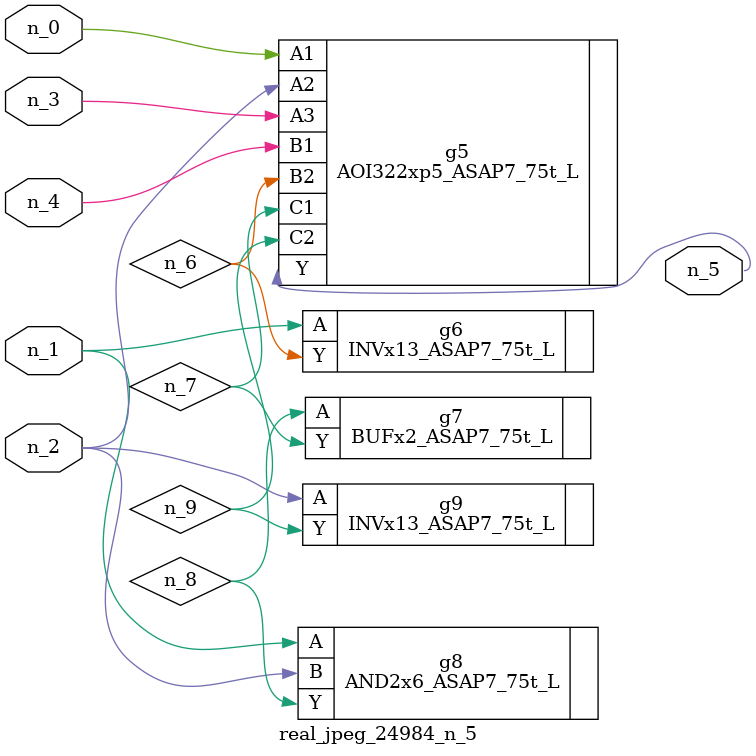
<source format=v>
module real_jpeg_24984_n_5 (n_4, n_0, n_1, n_2, n_3, n_5);

input n_4;
input n_0;
input n_1;
input n_2;
input n_3;

output n_5;

wire n_8;
wire n_6;
wire n_7;
wire n_9;

AOI322xp5_ASAP7_75t_L g5 ( 
.A1(n_0),
.A2(n_2),
.A3(n_3),
.B1(n_4),
.B2(n_6),
.C1(n_7),
.C2(n_9),
.Y(n_5)
);

INVx13_ASAP7_75t_L g6 ( 
.A(n_1),
.Y(n_6)
);

AND2x6_ASAP7_75t_L g8 ( 
.A(n_1),
.B(n_2),
.Y(n_8)
);

INVx13_ASAP7_75t_L g9 ( 
.A(n_2),
.Y(n_9)
);

BUFx2_ASAP7_75t_L g7 ( 
.A(n_8),
.Y(n_7)
);


endmodule
</source>
